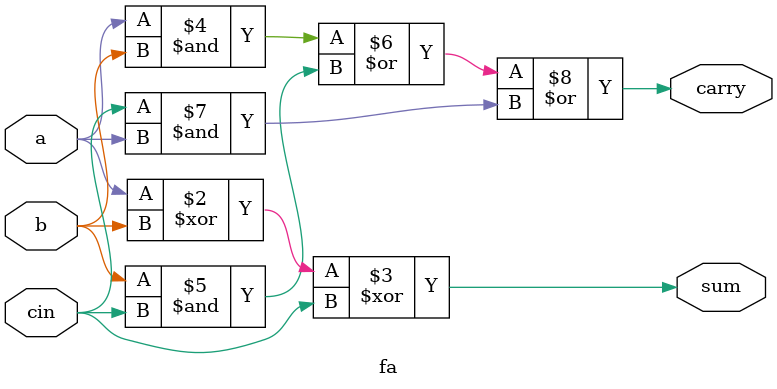
<source format=v>
module fa(input wire a,b,cin,output reg sum,carry);
	always @(a,b,cin) begin
			sum=a ^ b ^ cin;
			carry= a&b | b&cin |cin&a;
	end
endmodule

</source>
